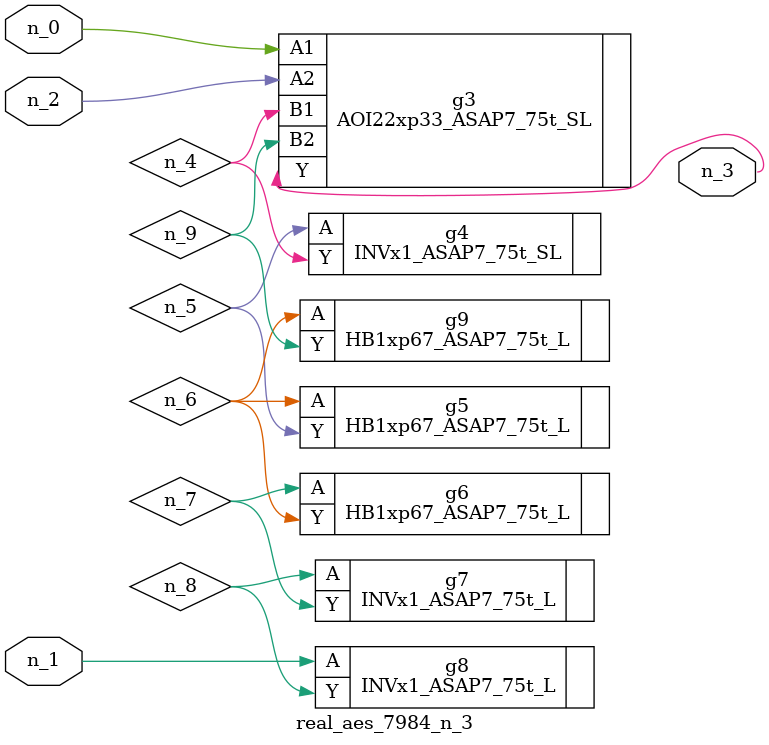
<source format=v>
module real_aes_7984_n_3 (n_0, n_2, n_1, n_3);
input n_0;
input n_2;
input n_1;
output n_3;
wire n_4;
wire n_5;
wire n_7;
wire n_9;
wire n_6;
wire n_8;
AOI22xp33_ASAP7_75t_SL g3 ( .A1(n_0), .A2(n_2), .B1(n_4), .B2(n_9), .Y(n_3) );
INVx1_ASAP7_75t_L g8 ( .A(n_1), .Y(n_8) );
INVx1_ASAP7_75t_SL g4 ( .A(n_5), .Y(n_4) );
HB1xp67_ASAP7_75t_L g5 ( .A(n_6), .Y(n_5) );
HB1xp67_ASAP7_75t_L g9 ( .A(n_6), .Y(n_9) );
HB1xp67_ASAP7_75t_L g6 ( .A(n_7), .Y(n_6) );
INVx1_ASAP7_75t_L g7 ( .A(n_8), .Y(n_7) );
endmodule
</source>
